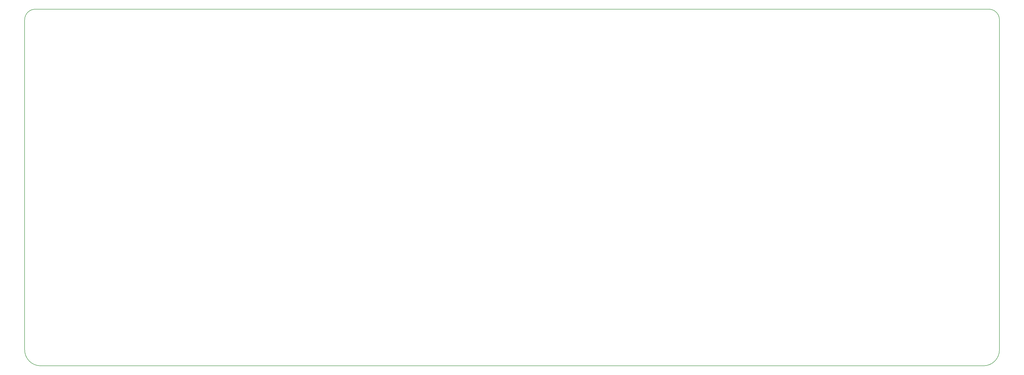
<source format=gbr>
%TF.GenerationSoftware,KiCad,Pcbnew,9.0.0*%
%TF.CreationDate,2025-03-11T22:24:47+00:00*%
%TF.ProjectId,base,62617365-2e6b-4696-9361-645f70636258,rev?*%
%TF.SameCoordinates,Original*%
%TF.FileFunction,Profile,NP*%
%FSLAX46Y46*%
G04 Gerber Fmt 4.6, Leading zero omitted, Abs format (unit mm)*
G04 Created by KiCad (PCBNEW 9.0.0) date 2025-03-11 22:24:47*
%MOMM*%
%LPD*%
G01*
G04 APERTURE LIST*
%TA.AperFunction,Profile*%
%ADD10C,0.200000*%
%TD*%
G04 APERTURE END LIST*
D10*
X22400000Y-40400000D02*
G75*
G02*
X26399999Y-36400000I4000000J0D01*
G01*
X388633581Y-164707534D02*
X388633581Y-40400000D01*
X384633582Y-36400000D02*
X26399999Y-36400000D01*
X388633581Y-164707534D02*
G75*
G02*
X382633581Y-170707481I-5999981J34D01*
G01*
X28399999Y-170707546D02*
X382633581Y-170707546D01*
X28399999Y-170707546D02*
G75*
G02*
X22400004Y-164707547I1J5999996D01*
G01*
X384633582Y-36400000D02*
G75*
G02*
X388633600Y-40400000I18J-4000000D01*
G01*
X22400000Y-40400000D02*
X22400000Y-164707547D01*
M02*

</source>
